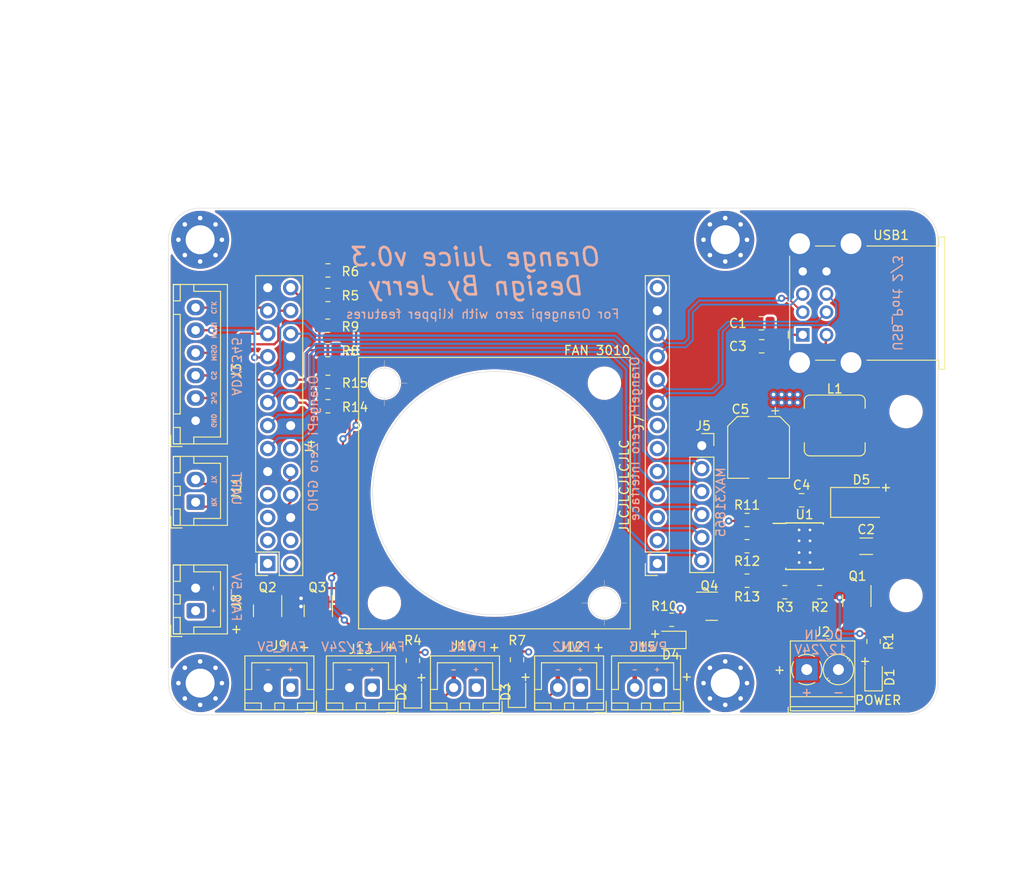
<source format=kicad_pcb>
(kicad_pcb (version 20211014) (generator pcbnew)
  (layers (0 "F.Cu" signal) (1 "In1.Cu" power) (2 "In2.Cu" power) (31 "B.Cu" signal) (34 "B.Paste" user) (35 "F.Paste" user) (36 "B.SilkS" user "B.Silkscreen") (37 "F.SilkS" user "F.Silkscreen") (38 "B.Mask" user) (39 "F.Mask" user) (44 "Edge.Cuts" user))
  (net 0 "")
  (net 1 "GND")
  (net 2 "+5V")
  (net 3 "BUCK_IN")
  (net 4 "BUCK_BOOT")
  (net 5 "BUCK_PH")
  (net 6 "Net-(D1-Pad2)")
  (net 7 "Net-(D2-Pad1)")
  (net 8 "Net-(D3-Pad2)")
  (net 9 "DCIN")
  (net 10 "+3V3")
  (net 11 "SPI1_CS")
  (net 12 "SPI1_MISO")
  (net 13 "SPI1_MOSI")
  (net 14 "SPI1_CLK")
  (net 15 "UART1_RX")
  (net 16 "UART1_TX")
  (net 17 "GPIO_19")
  (net 18 "GPIO_18")
  (net 19 "GPIO_10")
  (net 20 "Net-(Q2-Pad1)")
  (net 21 "Net-(Q3-Pad1)")
  (net 22 "Net-(Q4-Pad1)")
  (net 23 "BUCK_EN")
  (net 24 "BUCK_VSNS")
  (net 25 "Net-(R12-Pad2)")
  (net 27 "GPIO_1_CS")
  (net 28 "GPIO_0_SDI")
  (net 29 "GPIO_3_SDO")
  (net 30 "GPIO_2_CLK")
  (net 36 "USB_DP3")
  (net 37 "USB_DM3")
  (net 38 "USB_DP2")
  (net 39 "USB_DM2")
  (net 48 "Net-(D4-Pad2)")
  (net 49 "Net-(D4-Pad1)")
  (net 50 "Net-(D3-Pad1)")
  (net 51 "Net-(D2-Pad2)")
  (footprint "LED_SMD:LED_0805_2012Metric" (layer "F.Cu") (at 143.5 119 90)
    (property "Reference" "D3")
    (property "Value" "PWM2_STATUS")
    (fp_text reference "D3")
    (fp_text value "PWM2_STATUS")
  )
  (footprint "Connector_JST:JST_XH_B2B-XH-A_1x02_P2.50mm_Vertical" (layer "F.Cu") (at 139 118.5 180)
    (property "Reference" "J10")
    (property "Value" "PWM_OUT1")
    (fp_text reference "J10")
    (fp_text value "PWM_OUT1")
  )
  (footprint "Connector_JST:JST_XH_B2B-XH-A_1x02_P2.50mm_Vertical" (layer "F.Cu") (at 150.5 118.5 180)
    (property "Reference" "J12")
    (property "Value" "PWM_OUT2")
    (fp_text reference "J12")
    (fp_text value "PWM_OUT2")
  )
  (footprint "Connector_JST:JST_XH_B2B-XH-A_1x02_P2.50mm_Vertical" (layer "F.Cu") (at 127.5 118.5 180)
    (property "Reference" "J13")
    (property "Value" "FAN_12/24v")
    (fp_text reference "J13")
    (fp_text value "FAN_12/24v")
  )
  (footprint "Connector_JST:JST_XH_B2B-XH-A_1x02_P2.50mm_Vertical" (layer "F.Cu") (at 108 98 90)
    (property "Reference" "J11")
    (property "Value" "CONN_UART")
    (fp_text reference "J11")
    (fp_text value "CONN_UART")
  )
  (footprint "Connector_JST:JST_XH_B2B-XH-A_1x02_P2.50mm_Vertical" (layer "F.Cu") (at 108 110 90)
    (property "Reference" "J8")
    (property "Value" "FAN_5v")
    (fp_text reference "J8")
    (fp_text value "FAN_5v")
  )
  (footprint "Connector_JST:JST_XH_B2B-XH-A_1x02_P2.50mm_Vertical" (layer "F.Cu") (at 118.5 118.5 180)
    (property "Reference" "J9")
    (property "Value" "PWR_5v")
    (fp_text reference "J9")
    (fp_text value "PWR_5v")
  )
  (footprint "Connector_PinSocket_2.54mm:PinSocket_2x13_P2.54mm_Vertical" (layer "F.Cu") (at 115.96 104.78 180)
    (property "Reference" "J4")
    (property "Value" "OrangePi Zero GPIO PINs")
    (fp_text reference "J4")
    (fp_text value "OrangePi Zero GPIO PINs")
  )
  (footprint "Connector_PinSocket_2.54mm:PinSocket_1x13_P2.54mm_Vertical" (layer "F.Cu") (at 159 104.78 180)
    (property "Reference" "J7")
    (property "Value" "OrangePi Zero Function Interface")
    (fp_text reference "J7")
    (fp_text value "OrangePi Zero Function Interface")
  )
  (footprint "Resistor_SMD:R_0805_2012Metric" (layer "F.Cu") (at 122.6125 75.1 180)
    (property "Reference" "R5")
    (property "Value" "100")
    (fp_text reference "R5")
    (fp_text value "100")
  )
  (footprint "Package_TO_SOT_SMD:SOT-23" (layer "F.Cu") (at 115.95 110 -90)
    (property "Reference" "Q2")
    (property "Value" "AO3400A")
    (fp_text reference "Q2")
    (fp_text value "AO3400A")
  )
  (footprint "Resistor_SMD:R_0805_2012Metric" (layer "F.Cu") (at 160.5875 111)
    (property "Reference" "R10")
    (property "Value" "4k7")
    (fp_text reference "R10")
    (fp_text value "4k7")
  )
  (footprint "Package_TO_SOT_SMD:SOT-23" (layer "F.Cu") (at 165 109.5)
    (property "Reference" "Q4")
    (property "Value" "AO3400A")
    (fp_text reference "Q4")
    (fp_text value "AO3400A")
  )
  (footprint "Resistor_SMD:R_0805_2012Metric" (layer "F.Cu") (at 122.6125 72.39 180)
    (property "Reference" "R6")
    (property "Value" "10k")
    (fp_text reference "R6")
    (fp_text value "10k")
  )
  (footprint "Resistor_SMD:R_0805_2012Metric" (layer "F.Cu") (at 122.6125 84.7 180)
    (property "Reference" "R15")
    (property "Value" "10k")
    (fp_text reference "R15")
    (fp_text value "10k")
  )
  (footprint "Resistor_SMD:R_0805_2012Metric" (layer "F.Cu") (at 143.5 115.4125 90)
    (property "Reference" "R7")
    (property "Value" "4k7")
    (fp_text reference "R7")
    (fp_text value "4k7")
  )
  (footprint "Resistor_SMD:R_0805_2012Metric" (layer "F.Cu") (at 122.6125 87.4 180)
    (property "Reference" "R14")
    (property "Value" "100")
    (fp_text reference "R14")
    (fp_text value "100")
  )
  (footprint "Resistor_SMD:R_0805_2012Metric" (layer "F.Cu") (at 122.5875 78.5 180)
    (property "Reference" "R9")
    (property "Value" "10k")
    (fp_text reference "R9")
    (fp_text value "10k")
  )
  (footprint "Connector_USB:USB_A_Wuerth_61400826021_Horizontal_Stacked" (layer "F.Cu") (at 175.062 79.5 90)
    (property "Reference" "USB1")
    (property "Value" "USB_A_Port_x2")
    (fp_text reference "USB1")
    (fp_text value "USB_A_Port_x2")
  )
  (footprint "Resistor_SMD:R_0805_2012Metric" (layer "F.Cu") (at 132 115.5 90)
    (property "Reference" "R4")
    (property "Value" "4k7")
    (fp_text reference "R4")
    (fp_text value "4k7")
  )
  (footprint "LED_SMD:LED_0805_2012Metric" (layer "F.Cu") (at 132 119.0625 90)
    (property "Reference" "D2")
    (property "Value" "PWM1_STATUS")
    (fp_text reference "D2")
    (fp_text value "PWM1_STATUS")
  )
  (footprint "Connector_JST:JST_XH_B6B-XH-A_1x06_P2.50mm_Vertical" (layer "F.Cu") (at 108 89 90)
    (property "Reference" "J3")
    (property "Value" "CONN_ADXL345")
    (fp_text reference "J3")
    (fp_text value "CONN_ADXL345")
  )
  (footprint "TerminalBlock_Phoenix:TerminalBlock_Phoenix_PT-1,5-2-3.5-H_1x02_P3.50mm_Horizontal" (layer "F.Cu") (at 175.5 116.5)
    (property "Reference" "J2")
    (property "Value" "DC_INPUT")
    (fp_text reference "J2")
    (fp_text value "DC_INPUT")
  )
  (footprint "Connector_PinSocket_2.54mm:PinSocket_1x06_P2.54mm_Vertical" (layer "F.Cu") (at 163.91 91.75)
    (property "Reference" "J5")
    (property "Value" "Conn_MAX31865")
    (fp_text reference "J5")
    (fp_text value "Conn_MAX31865")
  )
  (footprint "Package_TO_SOT_SMD:SOT-23" (layer "F.Cu") (at 121.55 110 -90)
    (property "Reference" "Q3")
    (property "Value" "AO3400A")
    (fp_text reference "Q3")
    (fp_text value "AO3400A")
  )
  (footprint "Connector_JST:JST_XH_B2B-XH-A_1x02_P2.50mm_Vertical" (layer "F.Cu") (at 159 118.5 180)
    (property "Reference" "J15")
    (property "Value" "PWM_OUT3")
    (fp_text reference "J15")
    (fp_text value "PWM_OUT3")
  )
  (footprint "MountingHole:MountingHole_3.2mm_M3_Pad_Via" (layer "F.Cu") (at 108.5 118)
    (property "Reference" "")
    (property "Value" "MH_Board")
    (fp_text reference "H2" hide)
    (fp_text value "MH_Board")
  )
  (footprint "MountingHole:MountingHole_3.2mm_M3_Pad_Via" (layer "F.Cu") (at 166.5 118)
    (property "Reference" "")
    (property "Value" "MH_Board")
    (fp_text reference "H3" hide)
    (fp_text value "MH_Board")
  )
  (footprint "MountingHole:MountingHole_3.2mm_M3_Pad_Via" (layer "F.Cu") (at 166.5 69)
    (property "Reference" "")
    (property "Value" "MH_Board")
    (fp_text reference "H4" hide)
    (fp_text value "MH_Board")
  )
  (footprint "MountingHole:MountingHole_3.2mm_M3" (layer "F.Cu") (at 153.15 109.15)
    (property "Reference" "H8")
    (property "Value" "MH_FAN")
    (fp_text reference "H8" hide)
    (fp_text value "MH_FAN")
  )
  (footprint "MountingHole:MountingHole_3.2mm_M3" (layer "F.Cu") (at 186.46 108.32)
    (property "Reference" "H9")
    (property "Value" "MH_MAX31865")
    (fp_text reference "H9" hide)
    (fp_text value "MH_MAX31865")
  )
  (footprint "MountingHole:MountingHole_3.2mm_M3" (layer "F.Cu") (at 186.47 87.99)
    (property "Reference" "H10")
    (property "Value" "MH_MAX31865")
    (fp_text reference "H10" hide)
    (fp_text value "MH_MAX31865")
  )
  (footprint "MountingHole:MountingHole_3.2mm_M3_Pad_Via" (layer "F.Cu") (at 108.5 69)
    (property "Reference" "")
    (property "Value" "MH_Board")
    (fp_text reference "H1" hide)
    (fp_text value "MH_Board")
  )
  (footprint "MountingHole:MountingHole_3.2mm_M3" (layer "F.Cu") (at 128.85 84.85)
    (property "Reference" "H5")
    (property "Value" "MH_FAN")
    (fp_text reference "H5" hide)
    (fp_text value "MH_FAN")
  )
  (footprint "MountingHole:MountingHole_3.2mm_M3" (layer "F.Cu") (at 153.15 84.85)
    (property "Reference" "H7")
    (property "Value" "MH_FAN")
    (fp_text reference "H7" hide)
    (fp_text value "MH_FAN")
  )
  (footprint "MountingHole:MountingHole_3.2mm_M3" (layer "F.Cu") (at 128.85 109.15)
    (property "Reference" "H6")
    (property "Value" "MH_FAN")
    (fp_text reference "H6" hide)
    (fp_text value "MH_FAN")
  )
  (footprint "Resistor_SMD:R_0805_2012Metric" (layer "F.Cu") (at 122.6 81.2 180)
    (property "Reference" "R8")
    (property "Value" "100")
    (fp_text reference "R8")
    (fp_text value "100")
  )
  (footprint "Resistor_SMD:R_0805_2012Metric" (layer "F.Cu") (at 176.9345 107.95 180)
    (property "Reference" "R2")
    (property "Value" "100k")
    (fp_text reference "R2")
    (fp_text value "100k")
  )
  (footprint "LED_SMD:LED_0805_2012Metric" (layer "F.Cu") (at 182.88 117.1725 90)
    (property "Reference" "D1")
    (property "Value" "PWR_LED")
    (fp_text reference "D1")
    (fp_text value "PWR_LED")
  )
  (footprint "Package_TO_SOT_SMD:SOT-23" (layer "F.Cu") (at 181.036 108.8875 -90)
    (property "Reference" "Q1")
    (property "Value" "AO3401A")
    (fp_text reference "Q1")
    (fp_text value "AO3401A")
  )
  (footprint "Resistor_SMD:R_0805_2012Metric" (layer "F.Cu") (at 173.0775 107.95 180)
    (property "Reference" "R3")
    (property "Value" "21k")
    (fp_text reference "R3")
    (fp_text value "21k")
  )
  (footprint "Resistor_SMD:R_0805_2012Metric" (layer "F.Cu") (at 182.88 113.3875 -90)
    (property "Reference" "R1")
    (property "Value" "4k7")
    (fp_text reference "R1")
    (fp_text value "4k7")
  )
  (footprint "Inductor_SMD:L_Sumida_CDMC6D28_7.25x6.5mm" (layer "F.Cu") (at 178.592 89.526 180)
    (property "Reference" "L1")
    (property "Value" "15u")
    (fp_text reference "L1")
    (fp_text value "15u")
  )
  (footprint "Capacitor_SMD:CP_Elec_6.3x5.4" (layer "F.Cu") (at 170.18 91.948 -90)
    (property "Reference" "C5")
    (property "Value" "220u")
    (fp_text reference "C5")
    (fp_text value "220u")
  )
  (footprint "Package_SO:TI_SO-PowerPAD-8_ThermalVias" (layer "F.Cu") (at 175.26 102.87)
    (property "Reference" "U1")
    (property "Value" "TPS5430")
    (fp_text reference "U1")
    (fp_text value "TPS5430")
  )
  (footprint "Capacitor_SMD:C_1206_3216Metric" (layer "F.Cu") (at 182.069 102.87)
    (property "Reference" "C2")
    (property "Value" "10u")
    (fp_text reference "C2")
    (fp_text value "10u")
  )
  (footprint "Resistor_SMD:R_0805_2012Metric" (layer "F.Cu") (at 168.91 106.68)
    (property "Reference" "R13")
    (property "Value" "240")
    (fp_text reference "R13")
    (fp_text value "240")
  )
  (footprint "Resistor_SMD:R_0805_2012Metric" (layer "F.Cu") (at 168.91 102.87 180)
    (property "Reference" "R12")
    (property "Value" "3k")
    (fp_text reference "R12")
    (fp_text value "3k")
  )
  (footprint "Capacitor_SMD:C_0805_2012Metric" (layer "F.Cu") (at 170.5254 80.772 180)
    (property "Reference" "C3")
    (property "Value" "22u")
    (fp_text reference "C3")
    (fp_text value "22u")
  )
  (footprint "LED_SMD:LED_0805_2012Metric" (layer "F.Cu") (at 160.4795 113.226 180)
    (property "Reference" "D4")
    (property "Value" "PWM3_STATUS")
    (fp_text reference "D4")
    (fp_text value "PWM3_STATUS")
  )
  (footprint "Capacitor_SMD:C_0805_2012Metric" (layer "F.Cu") (at 170.5 78.232 180)
    (property "Reference" "C1")
    (property "Value" "22u")
    (fp_text reference "C1")
    (fp_text value "22u")
  )
  (footprint "Diode_SMD:D_SMA" (layer "F.Cu") (at 181.542 98.026)
    (property "Reference" "D5")
    (property "Value" "B340A")
    (fp_text reference "D5")
    (fp_text value "B340A")
  )
  (footprint "Capacitor_SMD:C_0805_2012Metric" (layer "F.Cu") (at 174.94 97.79)
    (property "Reference" "C4")
    (property "Value" "10n")
    (fp_text reference "C4")
    (fp_text value "10n")
  )
  (footprint "Resistor_SMD:R_0805_2012Metric" (layer "F.Cu") (at 168.91 99.9725)
    (property "Reference" "R11")
    (property "Value" "10k")
    (fp_text reference "R11")
    (fp_text value "10k")
  )
  (gr_line (start 156 112) (end 156 82) (layer "F.SilkS") (width 0.12))
  (gr_line (start 126 82) (end 126 112) (layer "F.SilkS") (width 0.12))
  (gr_line (start 126 112) (end 156 112) (layer "F.SilkS") (width 0.12))
  (gr_line (start 156 82) (end 126 82) (layer "F.SilkS") (width 0.12))
  (gr_arc (start 186.5 65.5) (mid 188.974874 66.525126) (end 190 69) (layer "Edge.Cuts") (width 0.05))
  (gr_arc (start 108.5 121.5) (mid 106.025126 120.474874) (end 105 118) (layer "Edge.Cuts") (width 0.05))
  (gr_arc (start 105 69) (mid 106.025126 66.525126) (end 108.5 65.5) (layer "Edge.Cuts") (width 0.05))
  (gr_arc (start 190 118) (mid 188.974874 120.474874) (end 186.5 121.5) (layer "Edge.Cuts") (width 0.05))
  (gr_line (start 108.5 65.5) (end 186.5 65.5) (layer "Edge.Cuts") (width 0.05))
  (gr_line (start 190 69) (end 190 118) (layer "Edge.Cuts") (width 0.05))
  (gr_circle (center 141 97) (end 150.5 106.5) (layer "Edge.Cuts") (width 0.05) (fill none))
  (gr_line (start 186.5 121.5) (end 108.5 121.5) (layer "Edge.Cuts") (width 0.05))
  (gr_line (start 105 118) (end 105 69) (layer "Edge.Cuts") (width 0.05))
  (gr_text "UART" (at 112.5 96.5 -90) (layer "B.SilkS") (effects (font (size 1 1)) (justify mirror)))
  (gr_text "FAN_5V" (at 112.5 108.5 -90) (layer "B.SilkS") (effects (font (size 1 1)) (justify mirror)))
  (gr_text "FAN_5V" (at 117.5 114) (layer "B.SilkS") (effects (font (size 1 1)) (justify mirror)))
  (gr_text "FAN_12/24V" (at 126.5 114) (layer "B.SilkS") (effects (font (size 1 1)) (justify mirror)))
  (gr_text "PWM1" (at 138 114) (layer "B.SilkS") (effects (font (size 1 1)) (justify mirror)))
  (gr_text "PWM2" (at 149.5 114) (layer "B.SilkS") (effects (font (size 1 1)) (justify mirror)))
  (gr_text "PWM3" (at 158 114) (layer "B.SilkS") (effects (font (size 1 1)) (justify mirror)))
  (gr_text "DC_IN \n12/24V" (at 177 113.5) (layer "B.SilkS") (effects (font (size 1 1)) (justify mirror)))
  (gr_text "MAX31865" (at 166 98 90) (layer "B.SilkS") (effects (font (size 1 1)) (justify mirror)))
  (gr_text "OrangePi Zero GPIO" (at 121 91.5 90) (layer "B.SilkS") (effects (font (size 1 1)) (justify mirror)))
  (gr_text "OrangePi Zero Interface" (at 156.5 91 90) (layer "B.SilkS") (effects (font (size 1 1)) (justify mirror)))
  (gr_text "USB_Port 2/3" (at 185.5 76 -90) (layer "B.SilkS") (effects (font (size 1 1)) (justify mirror)))
  (gr_text "MOSI" (at 110 79 270) (layer "B.SilkS") (effects (font (size 0.5 0.5) (thickness 0.125)) (justify mirror)))
  (gr_text "MISO" (at 110 81.5 -90) (layer "B.SilkS") (effects (font (size 0.5 0.5) (thickness 0.125)) (justify mirror)))
  (gr_text "CS" (at 110 84 -90) (layer "B.SilkS") (effects (font (size 0.5 0.5) (thickness 0.125)) (justify mirror)))
  (gr_text "3v3" (at 110 86.5 -90) (layer "B.SilkS") (effects (font (size 0.5 0.5) (thickness 0.125)) (justify mirror)))
  (gr_text "GND" (at 110 89 -90) (layer "B.SilkS") (effects (font (size 0.5 0.5) (thickness 0.125)) (justify mirror)))
  (gr_text "TX" (at 110 95.5 -90) (layer "B.SilkS") (effects (font (size 0.5 0.5) (thickness 0.125)) (justify mirror)))
  (gr_text "RX" (at 110 98 -90) (layer "B.SilkS") (effects (font (size 0.5 0.5) (thickness 0.125)) (justify mirror)))
  (gr_text "+" (at 110 110 -90) (layer "B.SilkS") (effects (font (size 0.5 0.5) (thickness 0.125)) (justify mirror)))
  (gr_text "-" (at 110 107.5 -90) (layer "B.SilkS") (effects (font (size 0.5 0.5) (thickness 0.125)) (justify mirror)))
  (gr_text "+" (at 118.5 116.5 -90) (layer "B.SilkS") (effects (font (size 0.5 0.5) (thickness 0.125)) (justify mirror)))
  (gr_text "-" (at 116 116.5) (layer "B.SilkS") (effects (font (size 0.5 0.5) (thickness 0.125)) (justify mirror)))
  (gr_text "+" (at 127.5 116.5 -90) (layer "B.SilkS") (effects (font (size 0.5 0.5) (thickness 0.125)) (justify mirror)))
  (gr_text "-" (at 125 116.5) (layer "B.SilkS") (effects (font (size 0.5 0.5) (thickness 0.125)) (justify mirror)))
  (gr_text "-" (at 136.5 116.5) (layer "B.SilkS") (effects (font (size 0.5 0.5) (thickness 0.125)) (justify mirror)))
  (gr_text "+" (at 139 116.5 -90) (layer "B.SilkS") (effects (font (size 0.5 0.5) (thickness 0.125)) (justify mirror)))
  (gr_text "+" (at 150.5 116.5 -90) (layer "B.SilkS") (effects (font (size 0.5 0.5) (thickness 0.125)) (justify mirror)))
  (gr_text "+" (at 159 116.5 -90) (layer "B.SilkS") (effects (font (size 0.5 0.5) (thickness 0.125)) (justify mirror)))
  (gr_text "-" (at 136.5 116.5) (layer "B.SilkS") (effects (font (size 0.5 0.5) (thickness 0.125)) (justify mirror)))
  (gr_text "-" (at 148 116.5) (layer "B.SilkS") (effects (font (size 0.5 0.5) (thickness 0.125)) (justify mirror)))
  (gr_text "-" (at 156.5 116.5) (layer "B.SilkS") (effects (font (size 0.5 0.5) (thickness 0.125)) (justify mirror)))
  (gr_text "+" (at 175.5 119) (layer "B.SilkS") (effects (font (size 1 1)) (justify mirror)))
  (gr_text "-" (at 179 119) (layer "B.SilkS") (effects (font (size 1 1)) (justify mirror)))
  (gr_text "ADXL345" (at 112.5 83 270) (layer "B.SilkS") (effects (font (size 1 1)) (justify mirror)))
  (gr_text "Orange Juice v0.3\nDesign By Jerry" (at 139 72.5) (layer "B.SilkS") (effects (font (size 2 2) (thickness 0.3) italic) (justify mirror)))
  (gr_text "CLK" (at 110 76.5 270) (layer "B.SilkS") (effects (font (size 0.5 0.5) (thickness 0.125)) (justify mirror)))
  (gr_text "For Orangepi zero with klipper features" (at 139.7 77.216) (layer "B.SilkS") (effects (font (size 1 1)) (justify mirror)))
  (gr_text "+" (at 120 114) (layer "F.SilkS") (effects (font (size 1 1))))
  (gr_text "+" (at 129.5 114) (layer "F.SilkS") (effects (font (size 1 1))))
  (gr_text "+" (at 141 114) (layer "F.SilkS") (effects (font (size 1 1))))
  (gr_text "+" (at 152.5 114) (layer "F.SilkS") (effects (font (size 1 1))))
  (gr_text "+" (at 158.75 112.5) (layer "F.SilkS") (effects (font (size 1 1))))
  (gr_text "+" (at 112.5 112) (layer "F.SilkS") (effects (font (size 1 1))))
  (gr_text "+" (at 132.942 117.326) (layer "F.SilkS") (effects (font (size 1 1))))
  (gr_text "+" (at 144.442 117.275) (layer "F.SilkS") (effects (font (size 1 1))))
  (gr_text "+" (at 162.25 117.25) (layer "F.SilkS") (effects (font (size 1 1))))
  (gr_text "FAN 3010" (at 152.342 81.226) (layer "F.SilkS") (effects (font (size 1 1))))
  (gr_text "POWER" (at 183.388 119.888) (layer "F.SilkS") (effects (font (size 1 1))))
  (gr_text "+" (at 181.942 115.526) (layer "F.SilkS") (effects (font (size 1 1))))
  (gr_text "+" (at 172.5 116.5) (layer "F.SilkS") (effects (font (size 1 1))))
  (gr_text "JLCJLCJLCJLC" (at 155.342 96.226 90) (layer "F.SilkS") (effects (font (size 1 1))))
  (gr_text "+" (at 184.242 96.326) (layer "F.SilkS") (effects (font (size 1 1))))
  (target plus (at 128.85 84.85) (size 5) (width 0.05) (layer "Edge.Cuts"))
  (target plus (at 153.15 109.15) (size 5) (width 0.05) (layer "Edge.Cuts"))
  (segment (start 123.55 84.675) (end 123.525 84.7) (width 0.25) (layer "F.Cu") (net 1))
  (segment (start 123.55 72.365) (end 123.525 72.39) (width 0.25) (layer "F.Cu") (net 1))
  (segment (start 163.86 91.8) (end 163.91 91.75) (width 0.75) (layer "F.Cu") (net 1))
  (via (at 119.642 109.526) (size 0.8) (drill 0.4) (layers "F.Cu" "B.Cu") (net 1))
  (via (at 119.642 108.626) (size 0.8) (drill 0.4) (layers "F.Cu" "B.Cu") (net 1))
  (segment (start 177.318511 80.745489) (end 177.604 80.46) (width 0.25) (layer "F.Cu") (net 2))
  (segment (start 171.45 78.232) (end 171.45 79.248) (width 0.25) (layer "F.Cu") (net 2))
  (segment (start 171.501911 80.745489) (end 177.318511 80.745489) (width 0.25) (layer "F.Cu") (net 2))
  (segment (start 171.704 79.502) (end 171.706 79.5) (width 0.25) (layer "F.Cu") (net 2))
  (segment (start 167.894 100.076) (end 167.9975 99.9725) (width 0.25) (layer "F.Cu") (net 2))
  (segment (start 171.706 79.5) (end 174.984 79.5) (width 0.25) (layer "F.Cu") (net 2))
  (segment (start 171.45 79.248) (end 171.704 79.502) (width 0.25) (layer "F.Cu") (net 2))
  (segment (start 166.878 100.076) (end 167.894 100.076) (width 0.25) (layer "F.Cu") (net 2))
  (segment (start 171.4754 80.772) (end 171.501911 80.745489) (width 0.25) (layer "F.Cu") (net 2))
  (segment (start 177.604 80.46) (end 177.604 79.5) (width 0.25) (layer "F.Cu") (net 2))
  (via (at 174.498 86.995) (size 0.8) (drill 0.4) (layers "F.Cu" "B.Cu") (net 2))
  (via (at 171.831 86.995) (size 0.8) (drill 0.4) (layers "F.Cu" "B.Cu") (net 2))
  (via (at 166.878 100.076) (size 0.8) (drill 0.4) (layers "F.Cu" "B.Cu") (net 2))
  (via (at 172.72 86.106) (size 0.8) (drill 0.4) (layers "F.Cu" "B.Cu") (net 2))
  (via (at 174.498 86.106) (size 0.8) (drill 0.4) (layers "F.Cu" "B.Cu") (net 2))
  (via (at 172.72 86.995) (size 0.8) (drill 0.4) (layers "F.Cu" "B.Cu") (net 2))
  (via (at 171.831 86.106) (size 0.8) (drill 0.4) (layers "F.Cu" "B.Cu") (net 2))
  (via (at 173.609 86.995) (size 0.8) (drill 0.4) (layers "F.Cu" "B.Cu") (net 2))
  (via (at 173.609 86.106) (size 0.8) (drill 0.4) (layers "F.Cu" "B.Cu") (net 2))
  (segment (start 182.833 112.522) (end 182.88 112.475) (width 0.25) (layer "F.Cu") (net 3))
  (segment (start 181.356 112.522) (end 182.833 112.522) (width 0.25) (layer "F.Cu") (net 3))
  (segment (start 179.142 108.526) (end 179.142 108.126) (width 0.25) (layer "F.Cu") (net 3))
  (segment (start 179.142 108.126) (end 179.342 107.926) (width 0.25) (layer "F.Cu") (net 3))
  (segment (start 179.342 107.926) (end 180.062 107.926) (width 0.25) (layer "F.Cu") (net 3))
  (segment (start 180.062 107.926) (end 180.086 107.95) (width 0.25) (layer "F.Cu") (net 3))
  (via (at 179.142 108.526) (size 0.8) (drill 0.4) (layers "F.Cu" "B.Cu") (net 3))
  (via (at 181.356 112.522) (size 0.8) (drill 0.4) (layers "F.Cu" "B.Cu") (net 3))
  (segment (start 179.142 108.526) (end 179.142 112.226) (width 0.25) (layer "B.Cu") (net 3))
  (segment (start 179.442 112.526) (end 181.352 112.526) (width 0.25) (layer "B.Cu") (net 3))
  (segment (start 181.352 112.526) (end 181.356 112.522) (width 0.25) (layer "B.Cu") (net 3))
  (segment (start 179.142 112.226) (end 179.442 112.526) (width 0.25) (layer "B.Cu") (net 3))
  (segment (start 172.56 98.204) (end 172.56 100.965) (width 0.25) (layer "F.Cu") (net 4))
  (segment (start 173.99 97.79) (end 172.974 97.79) (width 0.25) (layer "F.Cu") (net 4))
  (segment (start 172.974 97.79) (end 172.56 98.204) (width 0.25) (layer "F.Cu") (net 4))
  (segment (start 182.88 114.3) (end 182.88 116.235) (width 0.25) (layer "F.Cu") (net 6))
  (segment (start 132 120) (end 135 120) (width 0.25) (layer "F.Cu") (net 7))
  (segment (start 135 120) (end 136.5 118.5) (width 0.25) (layer "F.Cu") (net 7))
  (segment (start 135.7 113.5) (end 136.5 114.3) (width 0.5) (layer "F.Cu") (net 7))
  (segment (start 115.95 111) (end 115.95 112.45) (width 0.5) (layer "F.Cu") (net 7))
  (segment (start 136.5 114.3) (end 136.5 118.5) (width 0.5) (layer "F.Cu") (net 7))
  (segment (start 135.65 113.5) (end 135.7 113.5) (width 0.5) (layer "F.Cu") (net 7))
  (segment (start 117 113.5) (end 135.65 113.5) (width 0.5) (layer "F.Cu") (net 7))
  (segment (start 115.95 112.45) (end 117 113.5) (width 0.5) (layer "F.Cu") (net 7))
  (segment (start 143.5 116.325) (end 143.5 118.0625) (width 0.25) (layer "F.Cu") (net 8))
  (segment (start 143.5 114.5) (end 144.726 114.5) (width 0.25) (layer "F.Cu") (net 9))
  (segment (start 161.544 110.956) (end 161.5 111) (width 0.25) (layer "F.Cu") (net 9))
  (segment (start 133.35 114.6) (end 132.0125 114.6) (width 0.25) (layer "F.Cu") (net 9))
  (segment (start 161.544 109.728) (end 161.544 110.956) (width 0.25) (layer "F.Cu") (net 9))
  (segment (start 144.726 114.5) (end 144.78 114.554) (width 0.25) (layer "F.Cu") (net 9))
  (segment (start 132.0125 114.6) (end 132 114.5875) (width 0.25) (layer "F.Cu") (net 9))
  (via (at 144.78 114.554) (size 0.8) (drill 0.4) (layers "F.Cu" "B.Cu") (net 9))
  (via (at 161.544 109.728) (size 0.8) (drill 0.4) (layers "F.Cu" "B.Cu") (net 9))
  (via (at 133.35 114.6) (size 0.8) (drill 0.4) (layers "F.Cu" "B.Cu") (net 9))
  (segment (start 109.79 84.46) (end 115.96 84.46) (width 0.25) (layer "F.Cu") (net 10))
  (segment (start 109.5 86.25) (end 109.5 84.75) (width 0.25) (layer "F.Cu") (net 10))
  (segment (start 109.5 84.75) (end 109.79 84.46) (width 0.25) (layer "F.Cu") (net 10))
  (segment (start 108 86.5) (end 109.25 86.5) (width 0.25) (layer "F.Cu") (net 10))
  (segment (start 109.25 86.5) (end 109.5 86.25) (width 0.25) (layer "F.Cu") (net 10))
  (segment (start 117.935999 78.204999) (end 119.966922 78.204999) (width 0.25) (layer "B.Cu") (net 10))
  (segment (start 119.966922 78.204999) (end 121.362883 79.60096) (width 0.25) (layer "B.Cu") (net 10))
  (segment (start 121.362883 79.60096) (end 154.373088 79.60096) (width 0.25) (layer "B.Cu") (net 10))
  (segment (start 157.44952 92.326) (end 158.563521 93.440001) (width 0.25) (layer "B.Cu") (net 10))
  (segment (start 157.5 82.727872) (end 157.5 82.984) (width 0.25) (layer "B.Cu") (net 10))
  (segment (start 163.060001 93.440001) (end 158.620999 93.440001) (width 0.25) (layer "B.Cu") (net 10))
  (segment (start 117.324999 78.815999) (end 117.935999 78.204999) (width 0.25) (layer "B.Cu") (net 10))
  (segment (start 115.96 84.46) (end 117.324999 83.095001) (width 0.25) (layer "B.Cu") (net 10))
  (segment (start 157.44952 83.03448) (end 157.44952 92.326) (width 0.25) (layer "B.Cu") (net 10))
  (segment (start 154.373088 79.60096) (end 157.5 82.727872) (width 0.25) (layer "B.Cu") (net 10))
  (segment (start 158.620999 93.440001) (end 157.5 92.319002) (width 0.25) (layer "B.Cu") (net 10))
  (segment (start 117.324999 83.095001) (end 117.324999 78.815999) (width 0.25) (layer "B.Cu") (net 10))
  (segment (start 163.91 94.29) (end 163.060001 93.440001) (width 0.25) (layer "B.Cu") (net 10))
  (segment (start 157.5 82.984) (end 157.44952 83.03448) (width 0.25) (layer "B.Cu") (net 10))
  (segment (start 158.563521 93.440001) (end 158.620999 93.440001) (width 0.25) (layer "B.Cu") (net 10))
  (segment (start 109.5 82.25) (end 109.79999 81.95001) (width 0.25) (layer "F.Cu") (net 11))
  (segment (start 117.41 76.84) (end 118.5 76.84) (width 0.25) (layer "F.Cu") (net 11))
  (segment (start 112.81799 81.95001) (end 113.19952 81.56848) (width 0.25) (layer "F.Cu") (net 11))
  (segment (start 109.25 84) (end 109.5 83.75) (width 0.25) (layer "F.Cu") (net 11))
  (segment (start 113.19952 81.56848) (end 113.19952 80.80048) (width 0.25) (layer "F.Cu") (net 11))
  (segment (start 109.79999 81.95001) (end 112.81799 81.95001) (width 0.25) (layer "F.Cu") (net 11))
  (segment (start 113.444999 80.555001) (end 116.694999 80.555001) (width 0.25) (layer "F.Cu") (net 11))
  (segment (start 109.5 83.75) (end 109.5 82.25) (width 0.25) (layer "F.Cu") (net 11))
  (segment (start 117.135001 77.114999) (end 117.41 76.84) (width 0.25) (layer "F.Cu") (net 11))
  (segment (start 116.694999 80.555001) (end 117.135001 80.114999) (width 0.25) (layer "F.Cu") (net 11))
  (segment (start 113.19952 80.80048) (end 113.444999 80.555001) (width 0.25) (layer "F.Cu") (net 11))
  (segment (start 108 84) (end 109.25 84) (width 0.25) (layer "F.Cu") (net 11))
  (segment (start 117.135001 80.114999) (end 117.135001 77.114999) (width 0.25) (layer "F.Cu") (net 11))
  (segment (start 112.742 79.626) (end 112.988 79.38) (width 0.25) (layer "F.Cu") (net 12))
  (segment (start 112.742 81.226) (end 112.742 79.626) (width 0.25) (layer "F.Cu") (net 12))
  (segment (start 112.988 79.38) (end 115.96 79.38) (width 0.25) (layer "F.Cu") (net 12))
  (segment (start 112.468 81.5) (end 112.742 81.226) (width 0.25) (layer "F.Cu") (net 12))
  (segment (start 108 81.5) (end 112.468 81.5) (width 0.25) (layer "F.Cu") (net 12))
  (segment (start 115.867347 82.012653) (end 115.96 81.92) (width 0.25) (layer "F.Cu") (net 13))
  (segment (start 108 79) (end 109.75 79) (width 0.25) (layer "F.Cu") (net 13))
  (segment (start 114.512653 82.012653) (end 115.867347 82.012653) (width 0.25) (layer "F.Cu") (net 13))
  (via (at 109.75 79) (size 0.8) (drill 0.4) (layers "F.Cu" "B.Cu") (net 13))
  (via (at 114.512653 82.012653) (size 0.8) (drill 0.4) (layers "F.Cu" "B.Cu") (net 13))
  (segment (start 114.512653 79.262653) (end 114.512653 82.012653) (width 0.25) (layer "B.Cu") (net 13))
  (segment (start 109.75 79) (end 114.25 79) (width 0.25) (layer "B.Cu") (net 13))
  (segment (start 114.25 79) (end 114.512653 79.262653) (width 0.25) (layer "B.Cu") (net 13))
  (segment (start 115.62 76.5) (end 115.96 76.84) (width 0.25) (layer "F.Cu") (net 14))
  (segment (start 108 76.5) (end 115.62 76.5) (width 0.25) (layer "F.Cu") (net 14))
  (segment (start 118 98.5) (end 108.5 98.5) (width 0.25) (layer "F.Cu") (net 15))
  (segment (start 108.5 98.5) (end 108 98) (width 0.25) (layer "F.Cu") (net 15))
  (segment (start 118.5 98) (end 118 98.5) (width 0.25) (layer "F.Cu") (net 15))
  (segment (start 118.5 97.16) (end 118.5 98) (width 0.25) (layer "F.Cu") (net 15))
  (segment (start 118.5 94.62) (end 118.5 95.469998) (width 0.25) (layer "F.Cu") (net 16))
  (segment (start 117.984999 95.984999) (end 108.484999 95.984999) (width 0.25) (layer "F.Cu") (net 16))
  (segment (start 108 95.5) (end 108.5 96) (width 0.25) (layer "F.Cu") (net 16))
  (segment (start 118.5 95.469998) (end 117.984999 95.984999) (width 0.25) (layer "F.Cu") (net 16))
  (segment (start 121.3 87) (end 121.7 87.4) (width 0.25) (layer "F.Cu") (net 17))
  (segment (start 120.542 87.426) (end 121.674 87.426) (width 0.25) (layer "F.Cu") (net 17))
  (segment (start 120.116 87) (end 120.542 87.426) (width 0.25) (layer "F.Cu") (net 17))
  (segment (start 121.7 87.4) (end 121.7 84.7) (width 0.25) (layer "F.Cu") (net 17))
  (segment (start 118.5 87) (end 120.116 87) (width 0.25) (layer "F.Cu") (net 17))
  (segment (start 121.674 87.426) (end 121.7 87.4) (width 0.25) (layer "F.Cu") (net 17))
  (segment (start 120.3 81.5) (end 120.6 81.2) (width 0.25) (layer "F.Cu") (net 18))
  (segment (start 121.675 81.1875) (end 121.6875 81.2) (width 0.25) (layer "F.Cu") (net 18))
  (segment (start 121.675 78.5) (end 121.675 81.1875) (width 0.25) (layer "F.Cu") (net 18))
  (segment (start 118.5 84.46) (end 119.94 84.46) (width 0.25) (layer "F.Cu") (net 18))
  (segment (start 120.6 81.2) (end 121.6875 81.2) (width 0.25) (layer "F.Cu") (net 18))
  (segment (start 120.3 84.1) (end 120.3 81.5) (width 0.25) (layer "F.Cu") (net 18))
  (segment (start 119.94 84.46) (end 120.3 84.1) (width 0.25) (layer "F.Cu") (net 18))
  (segment (start 121.7 75.1) (end 121.7 72.1) (width 0.25) (layer "F.Cu") (net 19))
  (segment (start 118.5 74.3) (end 119.326 75.126) (width 0.25) (layer "F.Cu") (net 19))
  (segment (start 121.674 75.126) (end 121.7 75.1) (width 0.25) (layer "F.Cu") (net 19))
  (segment (start 119.326 75.126) (end 121.674 75.126) (width 0.25) (layer "F.Cu") (net 19))
  (segment (start 124.275 91) (end 124.275 106.975) (width 0.25) (layer "F.Cu") (net 20))
  (segment (start 123.75 107.5) (end 124.275 106.975) (width 0.25) (layer "F.Cu") (net 20))
  (segment (start 117.5 107.5) (end 123.75 107.5) (width 0.25) (layer "F.Cu") (net 20))
  (segment (start 125.725 75.687) (end 125.725 89.5) (width 0.25) (layer "F.Cu") (net 20))
  (segment (start 125.222 75.184) (end 125.725 75.687) (width 0.25) (layer "F.Cu") (net 20))
  (segment (start 123.609 75.184) (end 125.222 75.184) (width 0.25) (layer "F.Cu") (net 20))
  (segment (start 116.9 109) (end 116.9 108.1) (width 0.25) (layer "F.Cu") (net 20))
  (segment (start 116.9 108.1) (end 117.5 107.5) (width 0.25) (layer "F.Cu") (net 20))
  (via (at 125.725 89.5) (size 0.8) (drill 0.4) (layers "F.Cu" "B.Cu") (net 20))
  (via (at 124.275 91) (size 0.8) (drill 0.4) (layers "F.Cu" "B.Cu") (net 20))
  (segment (start 125.5 89.725) (end 125.725 89.5) (width 0.25) (layer "B.Cu") (net 20))
  (segment (start 124.275 91) (end 125.5 89.775) (width 0.25) (layer "B.Cu") (net 20))
  (segment (start 125.5 89.775) (end 125.5 89.725) (width 0.25) (layer "B.Cu") (net 20))
  (segment (start 124.5 109) (end 125 108.5) (width 0.25) (layer "F.Cu") (net 21))
  (segment (start 125 81.5) (end 124.7 81.2) (width 0.25) (layer "F.Cu") (net 21))
  (segment (start 122.5 109) (end 124.5 109) (width 0.25) (layer "F.Cu") (net 21))
  (segment (start 125 108.5) (end 125 81.5) (width 0.25) (layer "F.Cu") (net 21))
  (segment (start 124.7 81.2) (end 123.5125 81.2) (width 0.25) (layer "F.Cu") (net 21))
  (segment (start 164.084 107.95) (end 164.084 108.5285) (width 0.25) (layer "F.Cu") (net 22))
  (segment (start 163.83 107.696) (end 164.084 107.95) (width 0.25) (layer "F.Cu") (net 22))
  (segment (start 123.025 106.175) (end 123.025 106.375) (width 0.25) (layer "F.Cu") (net 22))
  (segment (start 156.718 107.696) (end 163.83 107.696) (width 0.25) (layer "F.Cu") (net 22))
  (segment (start 123.525 87.4) (end 123.525 105.675) (width 0.25) (layer "F.Cu") (net 22))
  (segment (start 124.425 111.025) (end 125.175 111.775) (width 0.25) (layer "F.Cu") (net 22))
  (segment (start 123.525 105.675) (end 123.025 106.175) (width 0.25) (layer "F.Cu") (net 22))
  (segment (start 164.084 108.5285) (end 164.0625 108.55) (width 0.25) (layer "F.Cu") (net 22))
  (segment (start 125.175 111.775) (end 155.687 111.775) (width 0.25) (layer "F.Cu") (net 22))
  (segment (start 156.21 111.252) (end 156.21 108.204) (width 0.25) (layer "F.Cu") (net 22))
  (segment (start 155.687 111.775) (end 156.21 111.252) (width 0.25) (layer "F.Cu") (net 22))
  (segment (start 156.21 108.204) (end 156.718 107.696) (width 0.25) (layer "F.Cu") (net 22))
  (via (at 124.425 111.025) (size 0.8) (drill 0.4) (layers "F.Cu" "B.Cu") (net 22))
  (via (at 123.025 106.375) (size 0.8) (drill 0.4) (layers "F.Cu" "B.Cu") (net 22))
  (segment (start 124.425 111.025) (end 123.025 109.625) (width 0.25) (layer "B.Cu") (net 22))
  (segment (start 123.025 109.625) (end 123.025 106.375) (width 0.25) (layer "B.Cu") (net 22))
  (segment (start 176.53 106.426) (end 176.022 106.934) (width 0.25) (layer "F.Cu") (net 23))
  (segment (start 173.99 107.95) (end 176.022 107.95) (width 0.25) (layer "F.Cu") (net 23))
  (segment (start 177.96 104.775) (end 177.96 106.012) (width 0.25) (layer "F.Cu") (net 23))
  (segment (start 176.022 106.934) (end 176.022 107.95) (width 0.25) (layer "F.Cu") (net 23))
  (segment (start 177.546 106.426) (end 176.53 106.426) (width 0.25) (layer "F.Cu") (net 23))
  (segment (start 177.96 106.012) (end 177.546 106.426) (width 0.25) (layer "F.Cu") (net 23))
  (segment (start 169.8225 102.87) (end 169.8225 104.4175) (width 0.25) (layer "F.Cu") (net 24))
  (segment (start 169.8225 104.4175) (end 170.18 104.775) (width 0.25) (layer "F.Cu") (net 24))
  (segment (start 170.18 104.775) (end 172.56 104.775) (width 0.25) (layer "F.Cu") (net 24))
  (segment (start 169.8225 99.9725) (end 169.8225 102.87) (width 0.25) (layer "F.Cu") (net 24))
  (segment (start 167.9975 102.87) (end 167.9975 106.68) (width 0.25) (layer "F.Cu") (net 25))
  (segment (start 119.865001 90.904999) (end 117.135001 90.904999) (width 0.25) (layer "B.Cu") (net 27))
  (segment (start 121.03952 81.92848) (end 121.03952 89.73048) (width 0.25) (layer "B.Cu") (net 27))
  (segment (start 159.167999 103.600001) (end 158.428565 103.600001) (width 0.25) (layer "B.Cu") (net 27))
  (segment (start 155.548282 83.319718) (end 153.627604 81.39904) (width 0.25) (layer "B.Cu") (net 27))
  (segment (start 155.548282 100.719718) (end 155.548282 83.319718) (width 0.25) (layer "B.Cu") (net 27))
  (segment (start 121.03952 89.73048) (end 119.865001 90.904999) (width 0.25) (layer "B.Cu") (net 27))
  (segment (start 163.91 104.45) (end 163.060001 103.600001) (width 0.25) (layer "B.Cu") (net 27))
  (segment (start 159.167999 103.600001) (end 158.620999 103.600001) (width 0.25) (layer "B.Cu") (net 27))
  (segment (start 121.56896 81.39904) (end 121.03952 81.92848) (width 0.25) (layer "B.Cu") (net 27))
  (segment (start 158.428565 103.600001) (end 155.548282 100.719718) (width 0.25) (layer "B.Cu") (net 27))
  (segment (start 163.060001 103.600001) (end 159.167999 103.600001) (width 0.25) (layer "B.Cu") (net 27))
  (segment (start 117.135001 90.904999) (end 115.96 92.08) (width 0.25) (layer "B.Cu") (net 27))
  (segment (start 153.627604 81.39904) (end 121.56896 81.39904) (width 0.25) (layer "B.Cu") (net 27))
  (segment (start 156.016141 83.151859) (end 153.813801 80.94952) (width 0.25) (layer "B.Cu") (net 28))
  (segment (start 120.59 87.63) (end 119.855001 88.364999) (width 0.25) (layer "B.Cu") (net 28))
  (segment (start 117.135001 88.364999) (end 115.96 89.54) (width 0.25) (layer "B.Cu") (net 28))
  (segment (start 162.875001 100.875001) (end 163.91 101.91) (width 0.25) (layer "B.Cu") (net 28))
  (segment (start 153.813801 80.94952) (end 121.382762 80.94952) (width 0.25) (layer "B.Cu") (net 28))
  (segment (start 121.382762 80.94952) (end 120.59 81.742283) (width 0.25) (layer "B.Cu") (net 28))
  (segment (start 156 91) (end 156 98.439002) (width 0.25) (layer "B.Cu") (net 28))
  (segment (start 156 98.439002) (end 156.016141 98.422861) (width 0.25) (layer "B.Cu") (net 28))
  (segment (start 120.59 81.742283) (end 120.59 87.63) (width 0.25) (layer "B.Cu") (net 28))
  (segment (start 158.435999 100.875001) (end 162.875001 100.875001) (width 0.25) (layer "B.Cu") (net 28))
  (segment (start 119.855001 88.364999) (end 117.135001 88.364999) (width 0.25) (layer "B.Cu") (net 28))
  (segment (start 156.016141 98.422861) (end 156.016141 83.151859) (width 0.25) (layer "B.Cu") (net 28))
  (segment (start 156 98.439002) (end 158.435999 100.875001) (width 0.25) (layer "B.Cu") (net 28))
  (segment (start 156.5 83) (end 156.5 96.399002) (width 0.25) (layer "B.Cu") (net 29))
  (segment (start 119.832999 85.635001) (end 120.14048 85.32752) (width 0.25) (layer "B.Cu") (net 29))
  (segment (start 115.96 87) (end 117.324999 85.635001) (width 0.25) (layer "B.Cu") (net 29))
  (segment (start 120.14048 81.556086) (end 121.196565 80.5) (width 0.25) (layer "B.Cu") (net 29))
  (segment (start 158.620999 98.520001) (end 163.060001 98.520001) (width 0.25) (layer "B.Cu") (net 29))
  (segment (start 117.324999 85.635001) (end 119.832999 85.635001) (width 0.25) (layer "B.Cu") (net 29))
  (segment (start 156.5 96.399002) (end 158.620999 98.520001) (width 0.25) (layer "B.Cu") (net 29))
  (segment (start 154 80.5) (end 156.5 83) (width 0.25) (layer "B.Cu") (net 29))
  (segment (start 163.060001 98.520001) (end 163.91 99.37) (width 0.25) (layer "B.Cu") (net 29))
  (segment (start 120.14048 85.32752) (end 120.14048 81.556086) (width 0.25) (layer "B.Cu") (net 29))
  (segment (start 121.196565 80.5) (end 154 80.5) (width 0.25) (layer "B.Cu") (net 29))
  (segment (start 158.696001 95.980001) (end 157 94.284) (width 0.25) (layer "B.Cu") (net 30))
  (segment (start 163.060001 95.980001) (end 158.696001 95.980001) (width 0.25) (layer "B.Cu") (net 30))
  (segment (start 120.506205 79.38) (end 118.5 79.38) (width 0.25) (layer "B.Cu") (net 30))
  (segment (start 157 82.86359) (end 154.18689 80.05048) (width 0.25) (layer "B.Cu") (net 30))
  (segment (start 163.91 96.83) (end 163.060001 95.980001) (width 0.25) (layer "B.Cu") (net 30))
  (segment (start 154.18689 80.05048) (end 121.176685 80.05048) (width 0.25) (layer "B.Cu") (net 30))
  (segment (start 121.176685 80.05048) (end 120.506205 79.38) (width 0.25) (layer "B.Cu") (net 30))
  (segment (start 157 94.284) (end 157 82.86359) (width 0.25) (layer "B.Cu") (net 30))
  (segment (start 178.731511 76.049511) (end 177.682 75) (width 0.2) (layer "B.Cu") (net 36))
  (segment (start 178.731511 77.434723) (end 178.731511 76.049511) (width 0.2) (layer "B.Cu") (net 36))
  (segment (start 160.044999 85.955001) (end 165.188199 85.955001) (width 0.2) (layer "B.Cu") (net 36))
  (segment (start 166.214 79.154) (end 166.918969 78.449031) (width 0.2) (layer "B.Cu") (net 36))
  (segment (start 159 87) (end 160.044999 85.955001) (width 0.2) (layer "B.Cu") (net 36))
  (segment (start 177.717203 78.449031) (end 178.731511 77.434723) (width 0.2) (layer "B.Cu") (net 36))
  (segment (start 166.918969 78.449031) (end 177.717203 78.449031) (width 0.2) (layer "B.Cu") (net 36))
  (segment (start 165.188199 85.955001) (end 166.214 84.9292) (width 0.2) (layer "B.Cu") (net 36))
  (segment (start 166.214 84.9292) (end 166.214 79.154) (width 0.2) (layer "B.Cu") (net 36))
  (segment (start 159 84.46) (end 160.044999 85.504999) (width 0.2) (layer "B.Cu") (net 37))
  (segment (start 165.764 79.038994) (end 166.753483 78.049511) (width 0.2) (layer "B.Cu") (net 37))
  (segment (start 160.044999 85.504999) (end 165.001801 85.504999) (width 0.2) (layer "B.Cu") (net 37))
  (segment (start 165.764 84.7428) (end 165.764 79.038994) (width 0.2) (layer "B.Cu") (net 37))
  (segment (start 166.753483 78.049511) (end 176.632489 78.049511) (width 0.2) (layer "B.Cu") (net 37))
  (segment (start 176.632489 78.049511) (end 177.682 77) (width 0.2) (layer "B.Cu") (net 37))
  (segment (start 165.001801 85.504999) (end 165.764 84.7428) (width 0.2) (layer "B.Cu") (net 37))
  (segment (start 163.7962 76.171) (end 173.813 76.171) (width 0.2) (layer "B.Cu") (net 38))
  (segment (start 162.912 80.1032) (end 162.912 77.0552) (width 0.2) (layer "B.Cu") (net 38))
  (segment (start 162.1402 80.875) (end 162.912 80.1032) (width 0.2) (layer "B.Cu") (net 38))
  (segment (start 173.813 76.171) (end 174.984 75) (width 0.2) (layer "B.Cu") (net 38))
  (segment (start 160.044999 80.875) (end 162.1402 80.875001) (width 0.2) (layer "B.Cu") (net 38))
  (segment (start 162.912 77.0552) (end 163.7962 76.171) (width 0.2) (layer "B.Cu") (net 38))
  (segment (start 159 81.92) (end 160.044999 80.875001) (width 0.2) (layer "B.Cu") (net 38))
  (segment (start 172.72 75.4715) (end 173.4555 75.4715) (width 0.2) (layer "F.Cu") (net 39))
  (segment (start 173.4555 75.4715) (end 174.984 77) (width 0.2) (layer "F.Cu") (net 39))
  (via (at 172.72 75.4715) (size 0.8) (drill 0.4) (layers "F.Cu" "B.Cu") (net 39))
  (segment (start 162.462 76.8688) (end 163.6098 75.721) (width 0.2) (layer "B.Cu") (net 39))
  (segment (start 160.044999 80.424999) (end 161.9538 80.425) (width 0.2) (layer "B.Cu") (net 39))
  (segment (start 163.6098 75.721) (end 172.4705 75.721) (width 0.2) (layer "B.Cu") (net 39))
  (segment (start 172.4705 75.721) (end 172.72 75.4715) (width 0.2) (layer "B.Cu") (net 39))
  (segment (start 159 79.38) (end 160.044999 80.424999) (width 0.2) (layer "B.Cu") (net 39))
  (segment (start 162.462 79.9168) (end 162.462 76.8688) (width 0.2) (layer "B.Cu") (net 39))
  (segment (start 161.9538 80.425) (end 162.462 79.9168) (width 0.2) (layer "B.Cu") (net 39))
  (segment (start 159.675 113.093) (end 159.542 113.226) (width 0.5) (layer "F.Cu") (net 48))
  (segment (start 159.675 111) (end 159.675 113.093) (width 0.5) (layer "F.Cu") (net 48))
  (segment (start 161.417 113.226) (end 161.417 115.151) (width 0.5) (layer "F.Cu") (net 49))
  (segment (start 166 109.5) (end 166 112.584) (width 0.5) (layer "F.Cu") (net 49))
  (segment (start 165.358 113.226) (end 166 112.584) (width 0.5) (layer "F.Cu") (net 49))
  (segment (start 157.124 115.526) (end 156.5 116.15) (width 0.5) (layer "F.Cu") (net 49))
  (segment (start 156.5 116.15) (end 156.5 118.5) (width 0.5) (layer "F.Cu") (net 49))
  (segment (start 161.417 113.226) (end 165.358 113.226) (width 0.5) (layer "F.Cu") (net 49))
  (segment (start 161.042 115.526) (end 157.124 115.526) (width 0.5) (layer "F.Cu") (net 49))
  (segment (start 161.417 115.151) (end 161.042 115.526) (width 0.5) (layer "F.Cu") (net 49))
  (segment (start 143.5 119.9375) (end 146.5625 119.9375) (width 0.25) (layer "F.Cu") (net 50))
  (segment (start 121.55 112.05) (end 122 112.5) (width 0.5) (layer "F.Cu") (net 50))
  (segment (start 146.5625 119.9375) (end 148 118.5) (width 0.25) (layer "F.Cu") (net 50))
  (segment (start 121.55 111) (end 121.55 112.05) (width 0.5) (layer "F.Cu") (net 50))
  (segment (start 147.3 112.5) (end 148 113.2) (width 0.5) (layer "F.Cu") (net 50))
  (segment (start 122 112.5) (end 147.3 112.5) (width 0.5) (layer "F.Cu") (net 50))
  (segment (start 148 113.2) (end 148 118.5) (width 0.5) (layer "F.Cu") (net 50))
  (segment (start 132 116.4125) (end 132 118.125) (width 0.25) (layer "F.Cu") (net 51))
  (zone (net 1) (net_name "GND") (layers "F.Cu" "In1.Cu" "B.Cu") (name "GND") (connect_pads yes (clearance 0.25)) (min_thickness 0.254) (fill yes (thermal_gap 0.508) (thermal_bridge_width 1) (smoothing chamfer) (radius 0.254))
    (polygon (pts (xy 190 121.5) (xy 105 121.5) (xy 105 65.5) (xy 190 65.5)))
  )
  (zone (net 9) (net_name "DCIN") (layer "F.Cu") (name "DCIN") (priority 4) (connect_pads yes (clearance 0.25)) (min_thickness 0.254) (fill yes (thermal_gap 0.508) (thermal_bridge_width 0.508) (smoothing chamfer) (radius 0.254))
    (polygon (pts (xy 181.61 111.322) (xy 179.542 111.322) (xy 177.038 113.826) (xy 177.038 118.618) (xy 173.482 118.618) (xy 173.482 108.966) (xy 181.61 108.966)))
  )
  (zone (net 2) (net_name "+5V") (layer "F.Cu") (name "5V") (priority 3) (connect_pads yes (clearance 0.25)) (min_thickness 0.254) (fill yes (thermal_gap 0.508) (thermal_bridge_width 1) (smoothing chamfer) (radius 0.254))
    (polygon (pts (xy 177.889 91.694) (xy 169.037 91.694) (xy 169.037 85.217) (xy 177.889 85.217)))
  )
  (zone (net 3) (net_name "BUCK_IN") (layer "F.Cu") (name "BUCKIN") (priority 5) (connect_pads yes (clearance 0.25)) (min_thickness 0.254) (fill yes (thermal_gap 0.508) (thermal_bridge_width 0.508) (smoothing chamfer) (radius 0.254))
    (polygon (pts (xy 181.61 103.886) (xy 181.356 104.14) (xy 181.356 108.712) (xy 177.8 108.712) (xy 177.8 106.934) (xy 178.816 106.934) (xy 179.07 106.68) (xy 179.07 103.124) (xy 178.816 102.87) (xy 177.038 102.87) (xy 177.038 101.7) (xy 181.61 101.7)))
  )
  (zone (net 5) (net_name "BUCK_PH") (layer "F.Cu") (name "BUCKPH") (priority 4) (connect_pads yes (clearance 0.25)) (min_thickness 0.254) (fill yes (thermal_gap 0.508) (thermal_bridge_width 0.508) (smoothing chamfer) (radius 0.254))
    (polygon (pts (xy 182.642 95.326) (xy 181.342 96.626) (xy 181.342 101.526) (xy 177.042 101.526) (xy 177.042 98.826) (xy 176.842 98.626) (xy 175.242 98.626) (xy 175.242 96.926) (xy 176.842 96.926) (xy 177.042 96.726) (xy 177.042 94.126) (xy 178.242 92.926) (xy 178.242 87.626) (xy 182.642 87.626)))
  )
)
</source>
